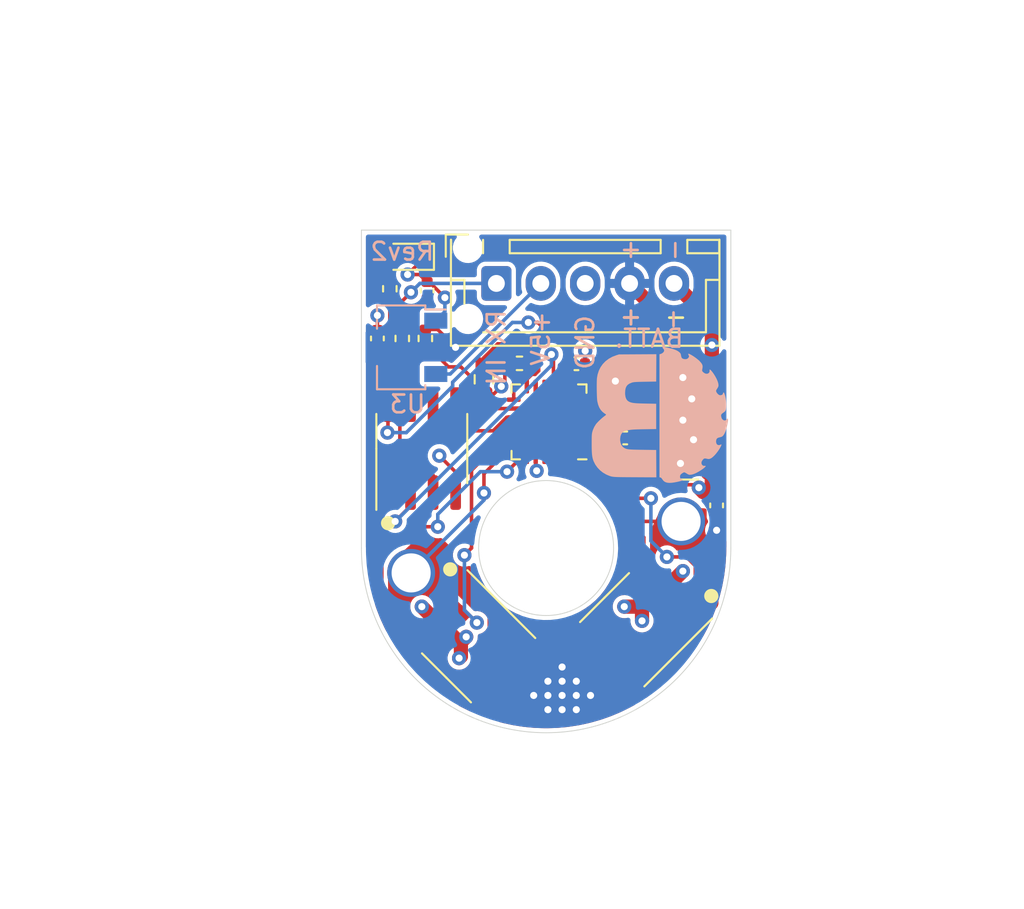
<source format=kicad_pcb>
(kicad_pcb (version 20210108) (generator pcbnew)
  (title_block (date "2021-01-21") (rev "2"))
  (layers (0 "F.Cu" signal) (1 "In1.Cu" signal) (2 "In2.Cu" signal) (31 "B.Cu" signal) (34 "B.Paste" user) (35 "F.Paste" user) (36 "B.SilkS" user "B.Silkscreen") (37 "F.SilkS" user "F.Silkscreen") (38 "B.Mask" user) (39 "F.Mask" user) (44 "Edge.Cuts" user))
  (net 0 "")
  (net 1 "+3V3")
  (net 2 "Net-(R4-Pad1)")
  (net 3 "/GH1")
  (net 4 "/GL1")
  (net 5 "/GH2")
  (net 6 "Net-(J1-Pad1)")
  (net 7 "GND")
  (net 8 "/GL2")
  (net 9 "/AVDD")
  (net 10 "/VBAT")
  (net 11 "/PWMIN")
  (net 12 "/MOTOR_PWM_2")
  (net 13 "/MOTOR_PWM_1")
  (net 14 "/MOTOR_PAD_2")
  (net 15 "/MOTOR_PAD_1")
  (net 16 "+5V")
  (net 17 "no_connect_24")
  (net 18 "Net-(D2-Pad2)")
  (net 19 "/~FAULT")
  (net 20 "no_connect_25")
  (net 21 "Net-(C3-Pad2)")
  (net 22 "Net-(C4-Pad1)")
  (net 23 "no_connect_26")
  (net 24 "Net-(C4-Pad2)")
  (net 25 "/NSLEEP")
  (net 26 "/IDRIVE")
  (footprint "Resistor_SMD:R_0402_1005Metric" (layer "F.Cu") (at 141.2 115.4 90)
    (fp_text reference "R4" hide)
    (fp_text value "1k" hide)
    (pad "1" smd roundrect (at -0.51 0 90) (size 0.54 0.64) (layers "F.Cu" "F.Paste" "F.Mask") (net 2 "Net-(R4-Pad1)"))
    (pad "2" smd roundrect (at 0.51 0 90) (size 0.54 0.64) (layers "F.Cu" "F.Paste" "F.Mask") (net 18 "Net-(D2-Pad2)"))
  )
  (footprint "beetleback:bbb_motorpin" (layer "F.Cu") (at 142.4 131.4)
    (fp_text reference "J4" hide)
    (fp_text value "motor_pad_2" hide)
    (pad "1" thru_hole circle (at 0 0) (size 2.7 2.7) (drill 2.2) (layers *.Cu *.Mask) (net 14 "/MOTOR_PAD_2"))
  )
  (footprint "Package_SO:SOIC-8_3.9x4.9mm_P1.27mm" (layer "F.Cu") (at 143 124.4 90)
    (fp_text reference "U1" hide)
    (fp_text value "ATtiny13A-SS" hide)
    (pad "1" smd roundrect (at -2.475 -1.905 90) (size 1.95 0.6) (layers "F.Cu" "F.Paste" "F.Mask") (net 17 "no_connect_24"))
    (pad "2" smd roundrect (at -2.475 -0.635 90) (size 1.95 0.6) (layers "F.Cu" "F.Paste" "F.Mask") (net 19 "/~FAULT"))
    (pad "3" smd roundrect (at -2.475 0.635 90) (size 1.95 0.6) (layers "F.Cu" "F.Paste" "F.Mask") (net 2 "Net-(R4-Pad1)"))
    (pad "4" smd roundrect (at -2.475 1.905 90) (size 1.95 0.6) (layers "F.Cu" "F.Paste" "F.Mask") (net 7 "GND"))
    (pad "5" smd roundrect (at 2.475 1.905 90) (size 1.95 0.6) (layers "F.Cu" "F.Paste" "F.Mask") (net 12 "/MOTOR_PWM_2"))
    (pad "6" smd roundrect (at 2.475 0.635 90) (size 1.95 0.6) (layers "F.Cu" "F.Paste" "F.Mask") (net 13 "/MOTOR_PWM_1"))
    (pad "7" smd roundrect (at 2.475 -0.635 90) (size 1.95 0.6) (layers "F.Cu" "F.Paste" "F.Mask") (net 11 "/PWMIN"))
    (pad "8" smd roundrect (at 2.475 -1.905 90) (size 1.95 0.6) (layers "F.Cu" "F.Paste" "F.Mask") (net 1 "+3V3"))
  )
  (footprint "Capacitor_SMD:C_0402_1005Metric" (layer "F.Cu") (at 154.025485 122.20156 90)
    (fp_text reference "C4" hide)
    (fp_text value "0.1uF" hide)
    (pad "1" smd roundrect (at -0.48 0 90) (size 0.56 0.62) (layers "F.Cu" "F.Paste" "F.Mask") (net 22 "Net-(C4-Pad1)"))
    (pad "2" smd roundrect (at 0.48 0 90) (size 0.56 0.62) (layers "F.Cu" "F.Paste" "F.Mask") (net 24 "Net-(C4-Pad2)"))
  )
  (footprint "Capacitor_SMD:C_0402_1005Metric" (layer "F.Cu") (at 154.751 120.142899 -90)
    (fp_text reference "C11" hide)
    (fp_text value "1uF" hide)
    (pad "1" smd roundrect (at -0.48 0 270) (size 0.56 0.62) (layers "F.Cu" "F.Paste" "F.Mask") (net 9 "/AVDD"))
    (pad "2" smd roundrect (at 0.48 0 270) (size 0.56 0.62) (layers "F.Cu" "F.Paste" "F.Mask") (net 7 "GND"))
  )
  (footprint "Resistor_SMD:R_0603_1608Metric" (layer "F.Cu") (at 146.5 120.5 -90)
    (fp_text reference "R3" hide)
    (fp_text value "DNP" hide)
    (pad "1" smd roundrect (at -0.825 0 270) (size 0.8 0.95) (layers "F.Cu" "F.Paste" "F.Mask") (net 26 "/IDRIVE"))
    (pad "2" smd roundrect (at 0.825 0 270) (size 0.8 0.95) (layers "F.Cu" "F.Paste" "F.Mask") (net 7 "GND"))
  )
  (footprint "Capacitor_SMD:C_1206_3216Metric" (layer "F.Cu") (at 157.871803 122.8)
    (fp_text reference "C5" hide)
    (fp_text value "22uF 25v" hide)
    (pad "1" smd roundrect (at -1.475 0) (size 1.15 1.8) (layers "F.Cu" "F.Paste" "F.Mask") (roundrect_rratio 0.217391) (net 10 "/VBAT"))
    (pad "2" smd roundrect (at 1.475 0) (size 1.15 1.8) (layers "F.Cu" "F.Paste" "F.Mask") (roundrect_rratio 0.217391) (net 7 "GND"))
  )
  (footprint "beetleback:JST_XH_B5B-XH-AM_doubleside" (layer "F.Cu") (at 147.2 115.1)
    (fp_text reference "J1" hide)
    (fp_text value "Conn_01x05_Female" hide)
    (pad "" np_thru_hole circle (at -1.6 -2) (size 1.2 1.2) (drill 1.2) (layers F&B.Cu *.Mask))
    (pad "" np_thru_hole circle (at -1.6 2) (size 1.2 1.2) (drill 1.2) (layers *.Cu *.Mask))
    (pad "1" thru_hole roundrect (at 0 0) (size 1.7 1.95) (drill 0.95) (layers *.Cu *.Mask) (roundrect_rratio 0.147059) (net 6 "Net-(J1-Pad1)"))
    (pad "2" thru_hole oval (at 2.5 0) (size 1.7 1.95) (drill 0.95) (layers *.Cu *.Mask) (net 16 "+5V"))
    (pad "3" thru_hole oval (at 5 0) (size 1.7 1.95) (drill 0.95) (layers *.Cu *.Mask) (net 7 "GND"))
    (pad "4" thru_hole oval (at 7.5 0) (size 1.7 1.95) (drill 0.95) (layers *.Cu *.Mask) (net 10 "/VBAT"))
    (pad "5" thru_hole oval (at 10 0) (size 1.7 1.95) (drill 0.95) (layers *.Cu *.Mask) (net 7 "GND"))
  )
  (footprint "Package_DFN_QFN:VQFN-24-1EP_4x4mm_P0.5mm_EP2.45x2.45mm" (layer "F.Cu") (at 150.163218 122.895599 180)
    (fp_text reference "U2" hide)
    (fp_text value "DRV8701P" hide)
    (pad "1" smd roundrect (at -1.9875 -1.25 180) (size 0.775 0.25) (layers "F.Cu" "F.Paste" "F.Mask") (net 10 "/VBAT"))
    (pad "2" smd roundrect (at -1.9875 -0.75 180) (size 0.775 0.25) (layers "F.Cu" "F.Paste" "F.Mask") (net 21 "Net-(C3-Pad2)"))
    (pad "3" smd roundrect (at -1.9875 -0.25 180) (size 0.775 0.25) (layers "F.Cu" "F.Paste" "F.Mask") (net 22 "Net-(C4-Pad1)"))
    (pad "4" smd roundrect (at -1.9875 0.25 180) (size 0.775 0.25) (layers "F.Cu" "F.Paste" "F.Mask") (net 24 "Net-(C4-Pad2)"))
    (pad "5" smd roundrect (at -1.9875 0.75 180) (size 0.775 0.25) (layers "F.Cu" "F.Paste" "F.Mask") (net 7 "GND"))
    (pad "6" smd roundrect (at -1.9875 1.25 180) (size 0.775 0.25) (layers "F.Cu" "F.Paste" "F.Mask") (net 9 "/AVDD"))
    (pad "7" smd roundrect (at -1.25 1.9875 180) (size 0.25 0.775) (layers "F.Cu" "F.Paste" "F.Mask") (net 9 "/AVDD"))
    (pad "8" smd roundrect (at -0.75 1.9875 180) (size 0.25 0.775) (layers "F.Cu" "F.Paste" "F.Mask") (net 1 "+3V3"))
    (pad "9" smd roundrect (at -0.25 1.9875 180) (size 0.25 0.775) (layers "F.Cu" "F.Paste" "F.Mask") (net 19 "/~FAULT"))
    (pad "10" smd roundrect (at 0.25 1.9875 180) (size 0.25 0.775) (layers "F.Cu" "F.Paste" "F.Mask") (net 20 "no_connect_25"))
    (pad "11" smd roundrect (at 0.75 1.9875 180) (size 0.25 0.775) (layers "F.Cu" "F.Paste" "F.Mask") (net 23 "no_connect_26"))
    (pad "12" smd roundrect (at 1.25 1.9875 180) (size 0.25 0.775) (layers "F.Cu" "F.Paste" "F.Mask") (net 26 "/IDRIVE"))
    (pad "13" smd roundrect (at 1.9875 1.25 180) (size 0.775 0.25) (layers "F.Cu" "F.Paste" "F.Mask") (net 25 "/NSLEEP"))
    (pad "14" smd roundrect (at 1.9875 0.75 180) (size 0.775 0.25) (layers "F.Cu" "F.Paste" "F.Mask") (net 12 "/MOTOR_PWM_2"))
    (pad "15" smd roundrect (at 1.9875 0.25 180) (size 0.775 0.25) (layers "F.Cu" "F.Paste" "F.Mask") (net 13 "/MOTOR_PWM_1"))
    (pad "16" smd roundrect (at 1.9875 -0.25 180) (size 0.775 0.25) (layers "F.Cu" "F.Paste" "F.Mask") (net 7 "GND"))
    (pad "17" smd roundrect (at 1.9875 -0.75 180) (size 0.775 0.25) (layers "F.Cu" "F.Paste" "F.Mask") (net 3 "/GH1"))
    (pad "18" smd roundrect (at 1.9875 -1.25 180) (size 0.775 0.25) (layers "F.Cu" "F.Paste" "F.Mask") (net 14 "/MOTOR_PAD_2"))
    (pad "19" smd roundrect (at 1.25 -1.9875 180) (size 0.25 0.775) (layers "F.Cu" "F.Paste" "F.Mask") (net 4 "/GL1"))
    (pad "20" smd roundrect (at 0.75 -1.9875 180) (size 0.25 0.775) (layers "F.Cu" "F.Paste" "F.Mask") (net 7 "GND"))
    (pad "21" smd roundrect (at 0.25 -1.9875 180) (size 0.25 0.775) (layers "F.Cu" "F.Paste" "F.Mask") (net 7 "GND"))
    (pad "22" smd roundrect (at -0.25 -1.9875 180) (size 0.25 0.775) (layers "F.Cu" "F.Paste" "F.Mask") (net 8 "/GL2"))
    (pad "23" smd roundrect (at -0.75 -1.9875 180) (size 0.25 0.775) (layers "F.Cu" "F.Paste" "F.Mask") (net 15 "/MOTOR_PAD_1"))
    (pad "24" smd roundrect (at -1.25 -1.9875 180) (size 0.25 0.775) (layers "F.Cu" "F.Paste" "F.Mask") (net 5 "/GH2"))
    (pad "25" smd rect (at 0 0 180) (size 2.45 2.45) (layers "F.Cu" "F.Mask") (net 7 "GND"))
  )
  (footprint "Capacitor_SMD:C_0402_1005Metric" (layer "F.Cu") (at 151.707983 119.621979)
    (fp_text reference "C10" hide)
    (fp_text value "1uF" hide)
    (pad "1" smd roundrect (at -0.48 0) (size 0.56 0.62) (layers "F.Cu" "F.Paste" "F.Mask") (net 1 "+3V3"))
    (pad "2" smd roundrect (at 0.48 0) (size 0.56 0.62) (layers "F.Cu" "F.Paste" "F.Mask") (net 7 "GND"))
  )
  (footprint "Capacitor_SMD:C_1206_3216Metric" (layer "F.Cu") (at 157.857273 120.4)
    (fp_text reference "C7" hide)
    (fp_text value "22uF 25v" hide)
    (pad "1" smd roundrect (at -1.475 0) (size 1.15 1.8) (layers "F.Cu" "F.Paste" "F.Mask") (roundrect_rratio 0.217391) (net 10 "/VBAT"))
    (pad "2" smd roundrect (at 1.475 0) (size 1.15 1.8) (layers "F.Cu" "F.Paste" "F.Mask") (roundrect_rratio 0.217391) (net 7 "GND"))
  )
  (footprint "Capacitor_SMD:C_1206_3216Metric" (layer "F.Cu") (at 157.852451 125.235408)
    (fp_text reference "C6" hide)
    (fp_text value "22uF 25v" hide)
    (pad "1" smd roundrect (at -1.475 0) (size 1.15 1.8) (layers "F.Cu" "F.Paste" "F.Mask") (roundrect_rratio 0.217391) (net 10 "/VBAT"))
    (pad "2" smd roundrect (at 1.475 0) (size 1.15 1.8) (layers "F.Cu" "F.Paste" "F.Mask") (roundrect_rratio 0.217391) (net 7 "GND"))
  )
  (footprint "Capacitor_SMD:C_0402_1005Metric" (layer "F.Cu") (at 140.5 118.2 90)
    (fp_text reference "C1" hide)
    (fp_text value "1uF" hide)
    (pad "1" smd roundrect (at -0.48 0 90) (size 0.56 0.62) (layers "F.Cu" "F.Paste" "F.Mask") (net 1 "+3V3"))
    (pad "2" smd roundrect (at 0.48 0 90) (size 0.56 0.62) (layers "F.Cu" "F.Paste" "F.Mask") (net 7 "GND"))
  )
  (footprint "Capacitor_SMD:C_0402_1005Metric" (layer "F.Cu") (at 143.3 115.5 90)
    (fp_text reference "C8" hide)
    (fp_text value "1uF" hide)
    (pad "1" smd roundrect (at -0.48 0 90) (size 0.56 0.62) (layers "F.Cu" "F.Paste" "F.Mask") (net 25 "/NSLEEP"))
    (pad "2" smd roundrect (at 0.48 0 90) (size 0.56 0.62) (layers "F.Cu" "F.Paste" "F.Mask") (net 7 "GND"))
  )
  (footprint "Capacitor_SMD:C_0402_1005Metric" (layer "F.Cu") (at 154.454464 123.8 180)
    (fp_text reference "C3" hide)
    (fp_text value "1uF" hide)
    (pad "1" smd roundrect (at -0.48 0 180) (size 0.56 0.62) (layers "F.Cu" "F.Paste" "F.Mask") (net 10 "/VBAT"))
    (pad "2" smd roundrect (at 0.48 0 180) (size 0.56 0.62) (layers "F.Cu" "F.Paste" "F.Mask") (net 21 "Net-(C3-Pad2)"))
  )
  (footprint "beetleback:bbb_motorpin" (layer "F.Cu") (at 157.6 128.5)
    (fp_text reference "J3" hide)
    (fp_text value "motor_pad_1" hide)
    (pad "1" thru_hole circle (at 0 0) (size 2.7 2.7) (drill 2.2) (layers *.Cu *.Mask) (net 15 "/MOTOR_PAD_1"))
  )
  (footprint "Capacitor_SMD:C_0402_1005Metric" (layer "F.Cu") (at 154.430307 125.479556 -90)
    (fp_text reference "C2" hide)
    (fp_text value "0.1uF" hide)
    (pad "1" smd roundrect (at -0.48 0 270) (size 0.56 0.62) (layers "F.Cu" "F.Paste" "F.Mask") (net 10 "/VBAT"))
    (pad "2" smd roundrect (at 0.48 0 270) (size 0.56 0.62) (layers "F.Cu" "F.Paste" "F.Mask") (net 7 "GND"))
  )
  (footprint "Package_SO:SOIC-8_3.9x4.9mm_P1.27mm" (layer "F.Cu") (at 155.1 134.6 -135)
    (fp_text reference "Q2" hide)
    (fp_text value "IRF7351TRPBF" hide)
    (pad "1" smd roundrect (at -2.475 -1.905 225) (size 1.95 0.6) (layers "F.Cu" "F.Paste" "F.Mask") (net 15 "/MOTOR_PAD_1"))
    (pad "2" smd roundrect (at -2.475 -0.635 225) (size 1.95 0.6) (layers "F.Cu" "F.Paste" "F.Mask") (net 5 "/GH2"))
    (pad "3" smd roundrect (at -2.475 0.635 225) (size 1.95 0.6) (layers "F.Cu" "F.Paste" "F.Mask") (net 7 "GND"))
    (pad "4" smd roundrect (at -2.475 1.905 225) (size 1.95 0.6) (layers "F.Cu" "F.Paste" "F.Mask") (net 8 "/GL2"))
    (pad "5" smd roundrect (at 2.475 1.905 225) (size 1.95 0.6) (layers "F.Cu" "F.Paste" "F.Mask") (net 15 "/MOTOR_PAD_1"))
    (pad "6" smd roundrect (at 2.475 0.635 225) (size 1.95 0.6) (layers "F.Cu" "F.Paste" "F.Mask") (net 15 "/MOTOR_PAD_1"))
    (pad "7" smd roundrect (at 2.475 -0.635 225) (size 1.95 0.6) (layers "F.Cu" "F.Paste" "F.Mask") (net 10 "/VBAT"))
    (pad "8" smd roundrect (at 2.475 -1.905 225) (size 1.95 0.6) (layers "F.Cu" "F.Paste" "F.Mask") (net 10 "/VBAT"))
  )
  (footprint "Capacitor_SMD:C_0402_1005Metric" (layer "F.Cu") (at 159.6 127.6 90)
    (fp_text reference "C9" hide)
    (fp_text value "1uF" hide)
    (pad "1" smd roundrect (at -0.48 0 90) (size 0.56 0.62) (layers "F.Cu" "F.Paste" "F.Mask") (net 10 "/VBAT"))
    (pad "2" smd roundrect (at 0.48 0 90) (size 0.56 0.62) (layers "F.Cu" "F.Paste" "F.Mask") (net 7 "GND"))
  )
  (footprint "Resistor_SMD:R_0402_1005Metric" (layer "F.Cu") (at 143.2 118.2 -90)
    (fp_text reference "R5" hide)
    (fp_text value "2.2k" hide)
    (pad "1" smd roundrect (at -0.51 0 270) (size 0.54 0.64) (layers "F.Cu" "F.Paste" "F.Mask") (net 10 "/VBAT"))
    (pad "2" smd roundrect (at 0.51 0 270) (size 0.54 0.64) (layers "F.Cu" "F.Paste" "F.Mask") (net 25 "/NSLEEP"))
  )
  (footprint "LED_SMD:LED_0603_1608Metric" (layer "F.Cu") (at 142.2 113.6 180)
    (fp_text reference "D2" hide)
    (fp_text value "Red LED" hide)
    (pad "1" smd roundrect (at -0.7875 0 180) (size 0.875 0.95) (layers "F.Cu" "F.Paste" "F.Mask") (net 7 "GND"))
    (pad "2" smd roundrect (at 0.7875 0 180) (size 0.875 0.95) (layers "F.Cu" "F.Paste" "F.Mask") (net 18 "Net-(D2-Pad2)"))
  )
  (footprint "Resistor_SMD:R_0402_1005Metric" (layer "F.Cu") (at 148.5 119.6 180)
    (fp_text reference "R2" hide)
    (fp_text value "1k" hide)
    (pad "1" smd roundrect (at -0.51 0 180) (size 0.54 0.64) (layers "F.Cu" "F.Paste" "F.Mask") (net 25 "/NSLEEP"))
    (pad "2" smd roundrect (at 0.51 0 180) (size 0.54 0.64) (layers "F.Cu" "F.Paste" "F.Mask") (net 7 "GND"))
  )
  (footprint "Resistor_SMD:R_0402_1005Metric" (layer "F.Cu") (at 141.9 118.2 -90)
    (fp_text reference "R1" hide)
    (fp_text value "1k" hide)
    (pad "1" smd roundrect (at -0.51 0 270) (size 0.54 0.64) (layers "F.Cu" "F.Paste" "F.Mask") (net 6 "Net-(J1-Pad1)"))
    (pad "2" smd roundrect (at 0.51 0 270) (size 0.54 0.64) (layers "F.Cu" "F.Paste" "F.Mask") (net 11 "/PWMIN"))
  )
  (footprint "Package_SO:SOIC-8_3.9x4.9mm_P1.27mm" (layer "F.Cu") (at 146.2 135.5 -45)
    (fp_text reference "Q1" hide)
    (fp_text value "IRF7351TRPBF" hide)
    (pad "1" smd roundrect (at -2.475 -1.905 315) (size 1.95 0.6) (layers "F.Cu" "F.Paste" "F.Mask") (net 14 "/MOTOR_PAD_2"))
    (pad "2" smd roundrect (at -2.475 -0.635 315) (size 1.95 0.6) (layers "F.Cu" "F.Paste" "F.Mask") (net 3 "/GH1"))
    (pad "3" smd roundrect (at -2.475 0.635 315) (size 1.95 0.6) (layers "F.Cu" "F.Paste" "F.Mask") (net 7 "GND"))
    (pad "4" smd roundrect (at -2.475 1.905 315) (size 1.95 0.6) (layers "F.Cu" "F.Paste" "F.Mask") (net 4 "/GL1"))
    (pad "5" smd roundrect (at 2.475 1.905 315) (size 1.95 0.6) (layers "F.Cu" "F.Paste" "F.Mask") (net 14 "/MOTOR_PAD_2"))
    (pad "6" smd roundrect (at 2.475 0.635 315) (size 1.95 0.6) (layers "F.Cu" "F.Paste" "F.Mask") (net 14 "/MOTOR_PAD_2"))
    (pad "7" smd roundrect (at 2.475 -0.635 315) (size 1.95 0.6) (layers "F.Cu" "F.Paste" "F.Mask") (net 10 "/VBAT"))
    (pad "8" smd roundrect (at 2.475 -1.905 315) (size 1.95 0.6) (layers "F.Cu" "F.Paste" "F.Mask") (net 10 "/VBAT"))
  )
  (footprint "Package_TO_SOT_SMD:SOT-89-3" (layer "B.Cu") (at 142.1375 118.7 180)
    (fp_text reference "U3" (at -0.0625 -3.2) (layer "B.SilkS") (effects (justify mirror)))
    (fp_text value "HT75xx-1-SOT89")
    (pad "1" smd rect (at -1.65 1.5 180) (size 1.3 0.9) (layers "B.Cu" "B.Paste" "B.Mask") (net 7 "GND"))
    (pad "2" smd custom (at -1.5625 0 180) (size 1.475 0.9) (layers "B.Cu" "B.Paste" "B.Mask") (net 10 "/VBAT") (options (clearance outline) (anchor rect)) (primitives (gr_poly (pts (xy 0.7375 0.8665) (xy 3.8625 0.8665) (xy 3.8625 -0.8665) (xy 0.7375 -0.8665)) (width 0) (fill yes))))
    (pad "3" smd rect (at -1.65 -1.5 180) (size 1.3 0.9) (layers "B.Cu" "B.Paste" "B.Mask") (net 16 "+5V"))
  )
  (footprint "beetleback:bbb_logo" (layer "B.Cu") (at 156.4 122.5 180)
    (fp_text reference "G***" hide)
    (fp_text value "LOGO" hide)
  )
  (gr_circle (center 144.6 131.2) (end 144.8 131.2) (layer "F.SilkS") (width 0.4) (fill none))
  (gr_circle (center 159.3 132.7) (end 159.5 132.7) (layer "F.SilkS") (width 0.4) (fill none))
  (gr_circle (center 141.1 128.6) (end 141.3 128.6) (layer "F.SilkS") (width 0.4) (fill none))
  (gr_circle (center 153.3 124.7) (end 153.5 124.7) (layer "F.SilkS") (width 0.4) (fill none))
  (gr_circle (center 150 130) (end 153.8 130) (layer "Edge.Cuts") (width 0.05) (fill none))
  (gr_arc (start 150 130) (end 160.4 130) (angle 180) (layer "Edge.Cuts") (width 0.05))
  (gr_line (start 139.6 130) (end 139.6 112.1) (layer "Edge.Cuts") (width 0.05))
  (gr_line (start 139.6 112.1) (end 160.4 112.1) (layer "Edge.Cuts") (width 0.05))
  (gr_line (start 160.4 112.1) (end 160.4 130) (layer "Edge.Cuts") (width 0.05))
  (gr_text "-" (at 157.2 112.5 90) (layer "B.SilkS") (effects (font (size 1 1)) (justify left mirror)))
  (gr_text "+" (at 154.7 112.5 90) (layer "B.SilkS") (effects (font (size 1 1)) (justify left mirror)))
  (gr_text "-" (at 157.1 116.4 90) (layer "B.SilkS") (effects (font (size 1 1)) (justify left mirror)))
  (gr_text "RX IN" (at 147.2 116.5 90) (layer "B.SilkS") (effects (font (size 1 1)) (justify left mirror)))
  (gr_text "Rev2" (at 141.9 113.3) (layer "B.SilkS") (effects (font (size 1 1)) (justify mirror)))
  (gr_text "GND" (at 152.2 116.8 90) (layer "B.SilkS") (effects (font (size 1 1)) (justify left mirror)))
  (gr_text "+5V" (at 149.7 118.2 90) (layer "B.SilkS") (effects (font (size 1 1)) (justify mirror)))
  (gr_text "BATT." (at 155.8 118.2) (layer "B.SilkS") (effects (font (size 1 1)) (justify mirror)))
  (gr_text "+" (at 154.7 116.3 90) (layer "B.SilkS") (effects (font (size 1 1)) (justify left mirror)))
  (gr_text "-" (at 156.6 117.1 180) (layer "F.SilkS") (effects (font (size 1 1)) (justify left mirror)))
  (gr_text "+" (at 154.7 116.3 90) (layer "F.SilkS") (effects (font (size 1 1)) (justify left mirror)))
  (segment (start 140.5 118.68) (end 140.5 121.33) (width 0.2) (layer "F.Cu") (net 1))
  (segment (start 150.913218 119.936744) (end 151.227983 119.621979) (width 0.2) (layer "F.Cu") (net 1))
  (segment (start 149.536002 117.3) (end 149 117.3) (width 0.2) (layer "F.Cu") (net 1))
  (segment (start 151.227983 119.621979) (end 151.227983 118.991981) (width 0.2) (layer "F.Cu") (net 1))
  (segment (start 140.5 121.33) (end 141.095 121.925) (width 0.2) (layer "F.Cu") (net 1))
  (segment (start 150.913218 120.908099) (end 150.913218 119.936744) (width 0.2) (layer "F.Cu") (net 1))
  (segment (start 151.227983 118.991981) (end 149.536002 117.3) (width 0.2) (layer "F.Cu") (net 1))
  (segment (start 141.095 121.925) (end 141.095 123.46998) (width 0.2) (layer "F.Cu") (net 1))
  (segment (start 141.095 123.46998) (end 141.06498 123.5) (width 0.2) (layer "F.Cu") (net 1))
  (via (at 149 117.3) (size 0.8) (drill 0.4) (layers "F.Cu" "B.Cu") (net 1))
  (via (at 141.06498 123.5) (size 0.8) (drill 0.4) (layers "F.Cu" "B.Cu") (net 1))
  (segment (start 148.1 117.3) (end 149 117.3) (width 0.2) (layer "B.Cu") (net 1))
  (segment (start 144.737511 120.662489) (end 148.1 117.3) (width 0.2) (layer "B.Cu") (net 1))
  (segment (start 141.06498 123.5) (end 142.12752 123.5) (width 0.2) (layer "B.Cu") (net 1))
  (segment (start 142.12752 123.5) (end 144.737511 120.890009) (width 0.2) (layer "B.Cu") (net 1))
  (segment (start 144.737511 120.890009) (end 144.737511 120.662489) (width 0.2) (layer "B.Cu") (net 1))
  (segment (start 143.635 125.9) (end 143.635 126.875) (width 0.2) (layer "F.Cu") (net 2))
  (segment (start 141.76499 119.76499) (end 141.76499 124.02999) (width 0.2) (layer "F.Cu") (net 2))
  (segment (start 141.76499 124.02999) (end 143.635 125.9) (width 0.2) (layer "F.Cu") (net 2))
  (segment (start 141.2 115.91) (end 141.2 119.2) (width 0.2) (layer "F.Cu") (net 2))
  (segment (start 141.2 119.2) (end 141.76499 119.76499) (width 0.2) (layer "F.Cu") (net 2))
  (segment (start 145.799999 130.000001) (end 145.799999 125.62115) (width 0.2) (layer "F.Cu") (net 3))
  (segment (start 145.200898 133.300898) (end 146.1 134.2) (width 0.2) (layer "F.Cu") (net 3))
  (segment (start 145.799999 125.62115) (end 147.77555 123.645599) (width 0.2) (layer "F.Cu") (net 3))
  (segment (start 145.4 130.4) (end 145.799999 130.000001) (width 0.2) (layer "F.Cu") (net 3))
  (segment (start 144.898924 133.300898) (end 145.200898 133.300898) (width 0.2) (layer "F.Cu") (net 3))
  (segment (start 147.77555 123.645599) (end 148.175718 123.645599) (width 0.2) (layer "F.Cu") (net 3))
  (via (at 146.1 134.2) (size 0.8) (drill 0.4) (layers "F.Cu" "B.Cu") (net 3))
  (via (at 145.4 130.4) (size 0.8) (drill 0.4) (layers "F.Cu" "B.Cu") (net 3))
  (segment (start 145.4 133.5) (end 145.4 130.4) (width 0.2) (layer "B.Cu") (net 3))
  (segment (start 146.1 134.2) (end 145.4 133.5) (width 0.2) (layer "B.Cu") (net 3))
  (segment (start 143.9 128.8) (end 142.557998 128.8) (width 0.2) (layer "F.Cu") (net 4))
  (segment (start 140.749999 130.607999) (end 140.749999 132.744076) (width 0.2) (layer "F.Cu") (net 4))
  (segment (start 148.616901 124.883099) (end 147.8 125.7) (width 0.2) (layer "F.Cu") (net 4))
  (segment (start 148.913218 124.883099) (end 148.616901 124.883099) (width 0.2) (layer "F.Cu") (net 4))
  (segment (start 140.749999 132.744076) (end 143.102872 135.096949) (width 0.2) (layer "F.Cu") (net 4))
  (segment (start 142.557998 128.8) (end 140.749999 130.607999) (width 0.2) (layer "F.Cu") (net 4))
  (via (at 147.8 125.7) (size 0.8) (drill 0.4) (layers "F.Cu" "B.Cu") (net 4))
  (via (at 143.9 128.8) (size 0.8) (drill 0.4) (layers "F.Cu" "B.Cu") (net 4))
  (segment (start 143.9 128.1) (end 143.9 128.8) (width 0.2) (layer "B.Cu") (net 4))
  (segment (start 147.8 125.7) (end 146.3 125.7) (width 0.2) (layer "B.Cu") (net 4))
  (segment (start 146.3 125.7) (end 143.9 128.1) (width 0.2) (layer "B.Cu") (net 4))
  (segment (start 151.413218 124.883099) (end 152.42158 124.883099) (width 0.2) (layer "F.Cu") (net 5))
  (segment (start 158.4 132.198026) (end 157.299102 133.298924) (width 0.2) (layer "F.Cu") (net 5))
  (segment (start 156.8 130.5) (end 157.9 130.5) (width 0.2) (layer "F.Cu") (net 5))
  (segment (start 154.738481 127.2) (end 155.9 127.2) (width 0.2) (layer "F.Cu") (net 5))
  (segment (start 152.42158 124.883099) (end 154.738481 127.2) (width 0.2) (layer "F.Cu") (net 5))
  (segment (start 157.9 130.5) (end 158.4 131) (width 0.2) (layer "F.Cu") (net 5))
  (segment (start 158.4 131) (end 158.4 132.198026) (width 0.2) (layer "F.Cu") (net 5))
  (via (at 156.8 130.5) (size 0.8) (drill 0.4) (layers "F.Cu" "B.Cu") (net 5))
  (via (at 155.9 127.2) (size 0.8) (drill 0.4) (layers "F.Cu" "B.Cu") (net 5))
  (segment (start 155.9 127.2) (end 155.9 129.6) (width 0.2) (layer "B.Cu") (net 5))
  (segment (start 155.9 129.6) (end 156.8 130.5) (width 0.2) (layer "B.Cu") (net 5))
  (segment (start 141.9 117.69) (end 141.9 116.089976) (width 0.2) (layer "F.Cu") (net 6))
  (segment (start 141.9 116.089976) (end 142.38999 115.599986) (width 0.2) (layer "F.Cu") (net 6))
  (via (at 142.38999 115.599986) (size 0.8) (drill 0.4) (layers "F.Cu" "B.Cu") (net 6))
  (segment (start 142.889976 115.1) (end 142.38999 115.599986) (width 0.2) (layer "B.Cu") (net 6))
  (segment (start 142.889976 115.1) (end 147.2 115.1) (width 0.2) (layer "B.Cu") (net 6))
  (segment (start 144.905 125.719437) (end 143.985553 124.79999) (width 0.2) (layer "F.Cu") (net 7))
  (segment (start 159.346803 121.846803) (end 159.346803 122.8) (width 0.8) (layer "F.Cu") (net 7))
  (segment (start 142.88 114.6) (end 143.3 115.02) (width 0.2) (layer "F.Cu") (net 7))
  (segment (start 145.201974 135.4) (end 145.201974 135.298026) (width 0.8) (layer "F.Cu") (net 7))
  (segment (start 154.751 120.622899) (end 153.922899 120.622899) (width 0.2) (layer "F.Cu") (net 7))
  (segment (start 156.401076 132.400898) (end 155.501974 133.3) (width 0.8) (layer "F.Cu") (net 7))
  (segment (start 155.501974 133.3) (end 154.4 133.3) (width 0.8) (layer "F.Cu") (net 7))
  (segment (start 147.675031 119.914969) (end 147.99 119.6) (width 0.2) (layer "F.Cu") (net 7))
  (segment (start 149.413218 124.883099) (end 149.413218 123.645599) (width 0.2) (layer "F.Cu") (net 7))
  (segment (start 144.905 126.875) (end 144.905 125.719437) (width 0.2) (layer "F.Cu") (net 7))
  (segment (start 153.922899 120.622899) (end 153.9 120.6) (width 0.2) (layer "F.Cu") (net 7))
  (segment (start 149.413218 125.599538) (end 149.466581 125.652901) (width 0.2) (layer "F.Cu") (net 7))
  (segment (start 140.5 116.90001) (end 140.49999 116.9) (width 0.2) (layer "F.Cu") (net 7))
  (segment (start 145.201974 136.098026) (end 145.1 136.2) (width 0.8) (layer "F.Cu") (net 7))
  (segment (start 143.3 115.02) (end 143.42 115.02) (width 0.2) (layer "F.Cu") (net 7))
  (segment (start 143.42 115.02) (end 144.3 115.9) (width 0.2) (layer "F.Cu") (net 7))
  (segment (start 147.675031 120.700677) (end 147.675031 119.914969) (width 0.2) (layer "F.Cu") (net 7))
  (segment (start 147.475708 120.9) (end 147.675031 120.700677) (width 0.2) (layer "F.Cu") (net 7))
  (segment (start 149.913218 123.145599) (end 150.163218 122.895599) (width 0.2) (layer "F.Cu") (net 7))
  (segment (start 158.653197 124.253197) (end 158.3 123.9) (width 0.8) (layer "F.Cu") (net 7))
  (segment (start 148.175718 123.145599) (end 149.913218 123.145599) (width 0.2) (layer "F.Cu") (net 7))
  (segment (start 159.346803 124.253197) (end 159.346803 125.216056) (width 0.8) (layer "F.Cu") (net 7))
  (segment (start 152.550886 122.145599) (end 153.9 120.796485) (width 0.2) (layer "F.Cu") (net 7))
  (segment (start 150.913218 122.145599) (end 150.163218 122.895599) (width 0.2) (layer "F.Cu") (net 7))
  (segment (start 145.201974 135.4) (end 145.201974 136.098026) (width 0.8) (layer "F.Cu") (net 7))
  (segment (start 142.9875 113.6) (end 142.9875 113.8125) (width 0.2) (layer "F.Cu") (net 7))
  (segment (start 152.187983 118.912017) (end 152.2 118.9) (width 0.2) (layer "F.Cu") (net 7))
  (segment (start 152.150718 122.145599) (end 150.913218 122.145599) (width 0.2) (layer "F.Cu") (net 7))
  (segment (start 156.401076 132.400898) (end 155.4 133.401974) (width 0.8) (layer "F.Cu") (net 7))
  (segment (start 159.346803 122.8) (end 159.346803 124.253197) (width 0.8) (layer "F.Cu") (net 7))
  (segment (start 156.401076 132.400898) (end 156.599102 132.400898) (width 0.8) (layer "F.Cu") (net 7))
  (segment (start 147.050708 121.325) (end 147.475708 120.9) (width 0.2) (layer "F.Cu") (net 7))
  (segment (start 159.332273 117.232273) (end 159.332273 117.432273) (width 0.8) (layer "F.Cu") (net 7))
  (segment (start 154.430307 125.959556) (end 155.348765 125.959556) (width 0.2) (layer "F.Cu") (net 7))
  (segment (start 143.898924 134.198924) (end 143 133.3) (width 0.8) (layer "F.Cu") (net 7))
  (segment (start 155.348765 125.959556) (end 155.824627 126.435418) (width 0.2) (layer "F.Cu") (net 7))
  (segment (start 159.346803 125.216056) (end 159.327451 125.235408) (width 0.8) (layer "F.Cu") (net 7))
  (segment (start 142.2 114.6) (end 142.88 114.6) (width 0.2) (layer "F.Cu") (net 7))
  (segment (start 155.4 133.401974) (end 155.4 134.1) (width 0.8) (layer "F.Cu") (net 7))
  (segment (start 149.413218 123.645599) (end 150.163218 122.895599) (width 0.2) (layer "F.Cu") (net 7))
  (segment (start 159.327451 126.847451) (end 159.6 127.12) (width 0.8) (layer "F.Cu") (net 7))
  (segment (start 159.327451 126.847451) (end 158.847451 126.847451) (width 0.8) (layer "F.Cu") (net 7))
  (segment (start 149.913218 124.883099) (end 149.913218 123.145599) (width 0.2) (layer "F.Cu") (net 7))
  (segment (start 142.9875 113.8125) (end 142.2 114.6) (width 0.2) (layer "F.Cu") (net 7))
  (segment (start 158.432273 121.832273) (end 158.2 121.6) (width 0.8) (layer "F.Cu") (net 7))
  (segment (start 159.327451 125.235408) (end 159.327451 126.847451) (width 0.8) (layer "F.Cu") (net 7))
  (segment (start 158.847451 126.847451) (end 158.6 126.6) (width 0.8) (layer "F.Cu") (net 7))
  (segment (start 155.824627 126.435418) (end 158.435418 126.435418) (width 0.2) (layer "F.Cu") (net 7))
  (segment (start 159.346803 124.253197) (end 158.653197 124.253197) (width 0.8) (layer "F.Cu") (net 7))
  (segment (start 153.9 120.796485) (end 153.9 120.6) (width 0.2) (layer "F.Cu") (net 7))
  (segment (start 146.5 121.325) (end 147.050708 121.325) (width 0.2) (layer "F.Cu") (net 7))
  (segment (start 149.413218 124.883099) (end 149.413218 125.599538) (width 0.2) (layer "F.Cu") (net 7))
  (segment (start 156.599102 132.400898) (end 157.7 131.3) (width 0.8) (layer "F.Cu") (net 7))
  (segment (start 159.332273 120.4) (end 159.332273 121.832273) (width 0.8) (layer "F.Cu") (net 7))
  (segment (start 152.187983 119.621979) (end 152.187983 118.912017) (width 0.2) (layer "F.Cu") (net 7))
  (segment (start 140.5 117.72) (end 140.5 116.90001) (width 0.2) (layer "F.Cu") (net 7))
  (segment (start 144.000898 134.198924) (end 145.201974 135.4) (width 0.8) (layer "F.Cu") (net 7))
  (segment (start 152.150718 122.145599) (end 152.550886 122.145599) (width 0.2) (layer "F.Cu") (net 7))
  (segment (start 159.332273 121.832273) (end 158.432273 121.832273) (width 0.8) (layer "F.Cu") (net 7))
  (segment (start 159.332273 118.567727) (end 159.332273 120.4) (width 0.8) (layer "F.Cu") (net 7))
  (segment (start 145.201974 135.298026) (end 145.5 135) (width 0.8) (layer "F.Cu") (net 7))
  (segment (start 157.2 115.1) (end 159.332273 117.232273) (width 0.8) (layer "F.Cu") (net 7))
  (segment (start 159.332273 121.832273) (end 159.346803 121.846803) (width 0.8) (layer "F.Cu") (net 7))
  (segment (start 159.332273 117.232273) (end 159.332273 118.567727) (width 0.8) (layer "F.Cu") (net 7))
  (segment (start 158.435418 126.435418) (end 158.6 126.6) (width 0.2) (layer "F.Cu") (net 7))
  (segment (start 144.000898 134.198924) (end 143.898924 134.198924) (width 0.8) (layer "F.Cu") (net 7))
  (via (at 143 133.3) (size 0.8) (drill 0.4) (layers "F.Cu" "B.Cu") (net 7))
  (via (at 143.985553 124.79999) (size 0.8) (drill 0.4) (layers "F.Cu" "B.Cu") (net 7))
  (via (at 145.5 135) (size 0.8) (drill 0.4) (layers "F.Cu" "B.Cu") (net 7))
  (via (at 158.6 126.6) (size 0.8) (drill 0.4) (layers "F.Cu" "B.Cu") (net 7))
  (via (at 158.3 123.9) (size 0.8) (drill 0.4) (layers "F.Cu" "B.Cu") (net 7))
  (via (at 152.2 118.9) (size 0.8) (drill 0.4) (layers "F.Cu" "B.Cu") (net 7))
  (via (at 144.3 115.9) (size 0.8) (drill 0.4) (layers "F.Cu" "B.Cu") (net 7))
  (via (at 153.9 120.6) (size 0.8) (drill 0.4) (layers "F.Cu" "B.Cu") (net 7))
  (via (at 155.4 134.1) (size 0.8) (drill 0.4) (layers "F.Cu" "B.Cu") (net 7))
  (via (at 142.2 114.6) (size 0.8) (drill 0.4) (layers "F.Cu" "B.Cu") (net 7))
  (via (at 154.4 133.3) (size 0.8) (drill 0.4) (layers "F.Cu" "B.Cu") (net 7))
  (via (at 158.2 121.6) (size 0.8) (drill 0.4) (layers "F.Cu" "B.Cu") (net 7))
  (via (at 147.475708 120.9) (size 0.8) (drill 0.4) (layers "F.Cu" "B.Cu") (net 7))
  (via (at 140.49999 116.9) (size 0.8) (drill 0.4) (layers "F.Cu" "B.Cu") (net 7))
  (via (at 157.7 131.3) (size 0.8) (drill 0.4) (layers "F.Cu" "B.Cu") (net 7))
  (via (at 145.1 136.2) (size 0.8) (drill 0.4) (layers "F.Cu" "B.Cu") (net 7))
  (via (at 149.466581 125.652901) (size 0.8) (drill 0.4) (layers "F.Cu" "B.Cu") (net 7))
  (via (at 159.332273 118.567727) (size 0.8) (drill 0.4) (layers "F.Cu" "B.Cu") (net 7))
  (segment (start 144.3 115.9) (end 144.3 116.6875) (width 0.2) (layer "B.Cu") (net 7))
  (segment (start 144.3 116.6875) (end 143.7875 117.2) (width 0.2) (layer "B.Cu") (net 7))
  (segment (start 152.07062 125.97062) (end 155.503051 129.403051) (width 0.2) (layer "F.Cu") (net 8))
  (segment (start 151.034871 125.97062) (end 152.07062 125.97062) (width 0.2) (layer "F.Cu") (net 8))
  (segment (start 150.413218 125.348967) (end 151.034871 125.97062) (width 0.2) (layer "F.Cu") (net 8))
  (segment (start 155.503051 129.403051) (end 155.503051 131.502872) (width 0.2) (layer "F.Cu") (net 8))
  (segment (start 150.413218 124.883099) (end 150.413218 125.348967) (width 0.2) (layer "F.Cu") (net 8))
  (segment (start 152.150718 121.349282) (end 152.150718 121.645599) (width 0.2) (layer "F.Cu") (net 9))
  (segment (start 151.413218 120.908099) (end 152.150718 121.645599) (width 0.2) (layer "F.Cu") (net 9))
  (segment (start 153.837101 119.662899) (end 152.150718 121.349282) (width 0.2) (layer "F.Cu") (net 9))
  (segment (start 154.751 119.662899) (end 153.837101 119.662899) (width 0.2) (layer "F.Cu") (net 9))
  (segment (start 156.382273 122.78547) (end 156.396803 122.8) (width 0.8) (layer "F.Cu") (net 10))
  (segment (start 156.396803 122.8) (end 157.7 122.8) (width 0.8) (layer "F.Cu") (net 10))
  (segment (start 154.934464 123.8) (end 155.396803 123.8) (width 0.2) (layer "F.Cu") (net 10))
  (segment (start 153.798924 136.799103) (end 154.696949 137.697128) (width 0.8) (layer "F.Cu") (net 10))
  (segment (start 148.399102 136.801076) (end 148.399103 136.801076) (width 0.8) (layer "F.Cu") (net 10))
  (segment (start 156.382273 120.4) (end 156.382273 122.78547) (width 0.8) (layer "F.Cu") (net 10))
  (segment (start 153.26635 124.145599) (end 154.120307 124.999556) (width 0.2) (layer "F.Cu") (net 10))
  (segment (start 156.396803 125.216056) (end 156.377451 125.235408) (width 0.8) (layer "F.Cu") (net 10))
  (segment (start 148.399103 136.801076) (end 149.297128 135.903051) (width 0.8) (layer "F.Cu") (net 10))
  (segment (start 152.150718 124.145599) (end 153.26635 124.145599) (width 0.2) (layer "F.Cu") (net 10))
  (segment (start 154.430307 124.999556) (end 154.430307 124.304157) (width 0.2) (layer "F.Cu") (net 10))
  (segment (start 156.382273 116.782273) (end 154.7 115.1) (width 0.8) (layer "F.Cu") (net 10))
  (segment (start 159.6 128.08) (end 159.6 129) (width 0.3) (layer "F.Cu") (net 10))
  (segment (start 154.430307 124.304157) (end 154.934464 123.8) (width 0.2) (layer "F.Cu") (net 10))
  (segment (start 156.377451 125.235408) (end 157.564592 125.235408) (width 0.8) (layer "F.Cu") (net 10))
  (segment (start 156.382273 120.4) (end 157.7 120.4) (width 0.8) (layer "F.Cu") (net 10))
  (segment (start 143.2 117.69) (end 143.89 117.69) (width 0.2) (layer "F.Cu") (net 10))
  (segment (start 156.382273 120.4) (end 156.382273 116.782273) (width 0.8) (layer "F.Cu") (net 10))
  (segment (start 143.89 117.69) (end 144.9 118.7) (width 0.2) (layer "F.Cu") (net 10))
  (segment (start 153.798924 136.799102) (end 153.798924 136.799103) (width 0.8) (layer "F.Cu") (net 10))
  (segment (start 154.120307 124.999556) (end 154.430307 124.999556) (width 0.2) (layer "F.Cu") (net 10))
  (segment (start 155.396803 123.8) (end 156.396803 122.8) (width 0.2) (layer "F.Cu") (net 10))
  (segment (start 156.396803 122.8) (end 156.396803 125.216056) (width 0.8) (layer "F.Cu") (net 10))
  (via (at 151.7 139.1) (size 0.8) (drill 0.4) (layers "F.Cu" "B.Cu") (net 10))
  (via (at 150.1 137.5) (size 0.8) (drill 0.4) (layers "F.Cu" "B.Cu") (net 10))
  (via (at 150.1 139.1) (size 0.8) (drill 0.4) (layers "F.Cu" "B.Cu") (net 10))
  (via (at 157.564592 125.235408) (size 0.8) (drill 0.4) (layers "F.Cu" "B.Cu") (net 10))
  (via (at 150.9 137.5) (size 0.8) (drill 0.4) (layers "F.Cu" "B.Cu") (net 10))
  (via (at 150.9 136.7) (size 0.8) (drill 0.4) (layers "F.Cu" "B.Cu") (net 10))
  (via (at 144.9 118.7) (size 0.8) (drill 0.4) (layers "F.Cu" "B.Cu") (net 10))
  (via (at 151.7 137.5) (size 0.8) (drill 0.4) (layers "F.Cu" "B.Cu") (net 10))
  (via (at 150.9 138.3) (size 0.8) (drill 0.4) (layers "F.Cu" "B.Cu") (net 10))
  (via (at 157.7 120.4) (size 0.8) (drill 0.4) (layers "F.Cu" "B.Cu") (net 10))
  (via (at 149.3 138.3) (size 0.8) (drill 0.4) (layers "F.Cu" "B.Cu") (net 10))
  (via (at 151.7 138.3) (size 0.8) (drill 0.4) (layers "F.Cu" "B.Cu") (net 10))
  (via (at 159.6 129) (size 0.8) (drill 0.4) (layers "F.Cu" "B.Cu") (net 10))
  (via (at 152.5 138.3) (size 0.8) (drill 0.4) (layers "F.Cu" "B.Cu") (net 10))
  (via (at 157.7 122.8) (size 0.8) (drill 0.4) (layers "F.Cu" "B.Cu") (net 10))
  (via (at 150.9 139.1) (size 0.8) (drill 0.4) (layers "F.Cu" "B.Cu") (net 10))
  (via (at 150.1 138.3) (size 0.8) (drill 0.4) (layers "F.Cu" "B.Cu") (net 10))
  (segment (start 142.365 121.925) (end 142.365 119.175) (width 0.2) (layer "F.Cu") (net 11))
  (segment (start 142.365 119.175) (end 141.9 118.71) (width 0.2) (layer "F.Cu") (net 11))
  (segment (start 145.125599 122.145599) (end 148.175718 122.145599) (width 0.2) (layer "F.Cu") (net 12))
  (segment (start 144.905 121.925) (end 145.125599 122.145599) (width 0.2) (layer "F.Cu") (net 12))
  (segment (start 147.77555 122.645599) (end 148.175718 122.645599) (width 0.2) (layer "F.Cu") (net 13))
  (segment (start 143.635 121.925) (end 143.635 122.9) (width 0.2) (layer "F.Cu") (net 13))
  (segment (start 144.135 123.4) (end 147.021149 123.4) (width 0.2) (layer "F.Cu") (net 13))
  (segment (start 143.635 122.9) (end 144.135 123.4) (width 0.2) (layer "F.Cu") (net 13))
  (segment (start 147.021149 123.4) (end 147.77555 122.645599) (width 0.2) (layer "F.Cu") (net 13))
  (segment (start 144.794077 131.4) (end 145.796949 132.402872) (width 0.8) (layer "F.Cu") (net 14))
  (segment (start 146.603051 138.597127) (end 147.501076 137.699102) (width 0.8) (layer "F.Cu") (net 14))
  (segment (start 147.100002 133.705925) (end 147.100002 134.680002) (width 0.8) (layer "F.Cu") (net 14))
  (segment (start 148.175718 124.145599) (end 146.5 125.821317) (width 0.2) (layer "F.Cu") (net 14))
  (segment (start 146.5 125.821317) (end 146.5 126.9) (width 0.2) (layer "F.Cu") (net 14))
  (segment (start 142.4 131.4) (end 144.794077 131.4) (width 0.8) (layer "F.Cu") (net 14))
  (segment (start 145.796949 132.402872) (end 147.100002 133.705925) (width 0.8) (layer "F.Cu") (net 14))
  (segment (start 146.959663 134.820341) (end 146.959663 137.157689) (width 0.8) (layer "F.Cu") (net 14))
  (segment (start 146.603051 138.597128) (end 146.603051 138.597127) (width 0.8) (layer "F.Cu") (net 14))
  (segment (start 146.959663 137.157689) (end 147.501076 137.699102) (width 0.8) (layer "F.Cu") (net 14))
  (segment (start 147.100002 134.680002) (end 146.959663 134.820341) (width 0.8) (layer "F.Cu") (net 14))
  (via (at 146.5 126.9) (size 0.8) (drill 0.4) (layers "F.Cu" "B.Cu") (net 14))
  (segment (start 146.5 127.3) (end 146.5 126.9) (width 0.2) (layer "B.Cu") (net 14))
  (segment (start 142.4 131.4) (end 146.5 127.3) (width 0.2) (layer "B.Cu") (net 14))
  (segment (start 159.3 130.2) (end 159.3 133.094077) (width 0.8) (layer "F.Cu") (net 15))
  (segment (start 150.913218 124.883099) (end 150.913218 125.283267) (width 0.2) (layer "F.Cu") (net 15))
  (segment (start 159.3 133.094077) (end 158.197128 134.196949) (width 0.8) (layer "F.Cu") (net 15))
  (segment (start 150.913218 125.283267) (end 151.20056 125.570609) (width 0.2) (layer "F.Cu") (net 15))
  (segment (start 157.034414 135.359663) (end 153.442311 135.359663) (width 0.8) (layer "F.Cu") (net 15))
  (segment (start 157.6 128.5) (end 159.3 130.2) (width 0.8) (layer "F.Cu") (net 15))
  (segment (start 152.900897 135.901076) (end 152.002872 135.003051) (width 0.8) (layer "F.Cu") (net 15))
  (segment (start 158.197128 134.196949) (end 157.034414 135.359663) (width 0.8) (layer "F.Cu") (net 15))
  (segment (start 155.472781 128.5) (end 157.6 128.5) (width 0.2) (layer "F.Cu") (net 15))
  (segment (start 153.442311 135.359663) (end 152.900898 135.901076) (width 0.8) (layer "F.Cu") (net 15))
  (segment (start 151.20056 125.570609) (end 152.54339 125.570609) (width 0.2) (layer "F.Cu") (net 15))
  (segment (start 152.900898 135.901076) (end 152.900897 135.901076) (width 0.8) (layer "F.Cu") (net 15))
  (segment (start 152.54339 125.570609) (end 155.472781 128.5) (width 0.2) (layer "F.Cu") (net 15))
  (segment (start 149.7 115.1) (end 144.6 120.2) (width 0.2) (layer "B.Cu") (net 16))
  (segment (start 144.6 120.2) (end 143.7875 120.2) (width 0.2) (layer "B.Cu") (net 16))
  (segment (start 141.4125 114.6775) (end 141.4125 113.6) (width 0.2) (layer "F.Cu") (net 18))
  (segment (start 141.2 114.89) (end 141.4125 114.6775) (width 0.2) (layer "F.Cu") (net 18))
  (segment (start 142.365 126.875) (end 142.365 127.635) (width 0.2) (layer "F.Cu") (net 19))
  (segment (start 142.365 127.635) (end 141.5 128.5) (width 0.2) (layer "F.Cu") (net 19))
  (segment (start 150.413218 120.908099) (end 150.413218 119.213218) (width 0.2) (layer "F.Cu") (net 19))
  (segment (start 150.413218 119.213218) (end 150.3 119.1) (width 0.2) (layer "F.Cu") (net 19))
  (via (at 141.5 128.5) (size 0.8) (drill 0.4) (layers "F.Cu" "B.Cu") (net 19))
  (via (at 150.3 119.1) (size 0.8) (drill 0.4) (layers "F.Cu" "B.Cu") (net 19))
  (segment (start 150.3 119.1) (end 150.3 119.715058) (width 0.2) (layer "B.Cu") (net 19))
  (segment (start 150.3 119.715058) (end 141.515058 128.5) (width 0.2) (layer "B.Cu") (net 19))
  (segment (start 141.515058 128.5) (end 141.5 128.5) (width 0.2) (layer "B.Cu") (net 19))
  (segment (start 153.820063 123.645599) (end 153.974464 123.8) (width 0.2) (layer "F.Cu") (net 21))
  (segment (start 152.150718 123.645599) (end 153.820063 123.645599) (width 0.2) (layer "F.Cu") (net 21))
  (segment (start 154.025485 122.68156) (end 153.561446 123.145599) (width 0.2) (layer "F.Cu") (net 22))
  (segment (start 153.561446 123.145599) (end 152.150718 123.145599) (width 0.2) (layer "F.Cu") (net 22))
  (segment (start 153.101446 122.645599) (end 154.025485 121.72156) (width 0.2) (layer "F.Cu") (net 24))
  (segment (start 152.150718 122.645599) (end 153.101446 122.645599) (width 0.2) (layer "F.Cu") (net 24))
  (segment (start 143.41 118.71) (end 144.5 119.8) (width 0.2) (layer "F.Cu") (net 25))
  (segment (start 142.57998 118.08998) (end 143.2 118.71) (width 0.2) (layer "F.Cu") (net 25))
  (segment (start 143.2 118.71) (end 143.41 118.71) (width 0.2) (layer "F.Cu") (net 25))
  (segment (start 144.5 119.8) (end 145.2 119.8) (width 0.2) (layer "F.Cu") (net 25))
  (segment (start 145.2 119.8) (end 145.8 120.4) (width 0.2) (layer "F.Cu") (net 25))
  (segment (start 148.57998 118.97998) (end 149.01 119.41) (width 0.2) (layer "F.Cu") (net 25))
  (segment (start 143.3 115.98) (end 142.57998 116.70002) (width 0.2) (layer "F.Cu") (net 25))
  (segment (start 147.674808 118.97998) (end 148.57998 118.97998) (width 0.2) (layer "F.Cu") (net 25))
  (segment (start 147.27502 120.082116) (end 147.27502 119.379768) (width 0.2) (layer "F.Cu") (net 25))
  (segment (start 147.27502 119.379768) (end 147.674808 118.97998) (width 0.2) (layer "F.Cu") (net 25))
  (segment (start 148.175718 120.434282) (end 149.01 119.6) (width 0.2) (layer "F.Cu") (net 25))
  (segment (start 142.57998 116.70002) (end 142.57998 118.08998) (width 0.2) (layer "F.Cu") (net 25))
  (segment (start 145.8 120.4) (end 146.957136 120.4) (width 0.2) (layer "F.Cu") (net 25))
  (segment (start 148.175718 121.645599) (end 148.175718 120.434282) (width 0.2) (layer "F.Cu") (net 25))
  (segment (start 146.957136 120.4) (end 147.27502 120.082116) (width 0.2) (layer "F.Cu") (net 25))
  (segment (start 149.01 119.41) (end 149.01 119.6) (width 0.2) (layer "F.Cu") (net 25))
  (segment (start 149.58002 120.01998) (end 149.58002 119.234808) (width 0.2) (layer "F.Cu") (net 26))
  (segment (start 149.200556 120.220579) (end 149.379421 120.220579) (width 0.2) (layer "F.Cu") (net 26))
  (segment (start 149.379421 120.220579) (end 149.58002 120.01998) (width 0.2) (layer "F.Cu") (net 26))
  (segment (start 149.58002 119.234808) (end 148.845192 118.49998) (width 0.2) (layer "F.Cu") (net 26))
  (segment (start 146.5 119.275) (end 146.5 119.675) (width 0.2) (layer "F.Cu") (net 26))
  (segment (start 148.845192 118.49998) (end 147.27502 118.49998) (width 0.2) (layer "F.Cu") (net 26))
  (segment (start 147.27502 118.49998) (end 146.5 119.275) (width 0.2) (layer "F.Cu") (net 26))
  (segment (start 148.913218 120.507917) (end 149.200556 120.220579) (width 0.2) (layer "F.Cu") (net 26))
  (segment (start 148.913218 120.908099) (end 148.913218 120.507917) (width 0.2) (layer "F.Cu") (net 26))
  (zone (net 14) (net_name "/MOTOR_PAD_2") (layer "F.Cu") (connect_pads yes (clearance 0.25)) (min_thickness 0.254) (fill yes (thermal_gap 0.25) (thermal_bridge_width 0.508))
    (polygon (pts (xy 149.7 134.9) (xy 145.6 139.4) (xy 139.150668 132.789468) (xy 143.450668 128.789468)))
  )
  (zone (net 15) (net_name "/MOTOR_PAD_1") (layer "F.Cu") (connect_pads yes (clearance 0.25)) (min_thickness 0.254) (fill yes (thermal_gap 0.25) (thermal_bridge_width 0.508))
    (polygon (pts (xy 155.350001 130.15) (xy 156.5 127.7) (xy 160.3 127.8) (xy 160 133.7) (xy 155.6 138.5) (xy 151.1 134.4)))
  )
  (zone (net 10) (net_name "/VBAT") (layer "F.Cu") (connect_pads (clearance 0.25)) (min_thickness 0.254) (fill yes (thermal_gap 0.25) (thermal_bridge_width 0.508))
    (polygon (pts (xy 155.9 139.5) (xy 151 141) (xy 145.2 140.3) (xy 150.6 134.5)))
  )
  (zone (net 10) (net_name "/VBAT") (layer "B.Cu") (connect_pads (clearance 0.25)) (min_thickness 0.254) (fill yes (thermal_gap 0.25) (thermal_bridge_width 0.508))
    (polygon (pts (xy 160.8 141.8) (xy 138.7 141.8) (xy 138.7 111.6) (xy 160.8 111.6)))
  )
)
</source>
